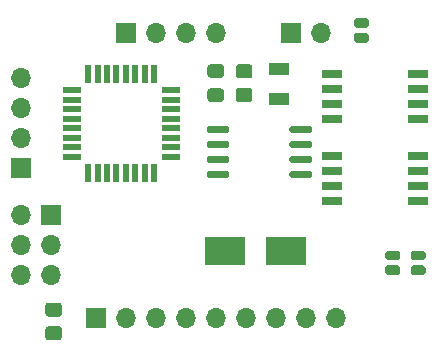
<source format=gts>
%TF.GenerationSoftware,KiCad,Pcbnew,(5.1.10-1-10_14)*%
%TF.CreationDate,2021-08-15T15:03:56-03:00*%
%TF.ProjectId,bacee,62616365-652e-46b6-9963-61645f706362,1*%
%TF.SameCoordinates,Original*%
%TF.FileFunction,Soldermask,Top*%
%TF.FilePolarity,Negative*%
%FSLAX46Y46*%
G04 Gerber Fmt 4.6, Leading zero omitted, Abs format (unit mm)*
G04 Created by KiCad (PCBNEW (5.1.10-1-10_14)) date 2021-08-15 15:03:56*
%MOMM*%
%LPD*%
G01*
G04 APERTURE LIST*
%ADD10R,1.700000X1.700000*%
%ADD11O,1.700000X1.700000*%
%ADD12R,1.700000X0.650000*%
%ADD13R,1.500000X0.550000*%
%ADD14R,0.550000X1.500000*%
%ADD15R,1.800000X1.000000*%
%ADD16R,3.500000X2.400000*%
G04 APERTURE END LIST*
D10*
%TO.C,BT1*%
X83820000Y-104140000D03*
D11*
X86360000Y-104140000D03*
%TD*%
%TO.C,C1*%
G36*
G01*
X92887250Y-124608500D02*
X92024750Y-124608500D01*
G75*
G02*
X91816000Y-124399750I0J208750D01*
G01*
X91816000Y-123982250D01*
G75*
G02*
X92024750Y-123773500I208750J0D01*
G01*
X92887250Y-123773500D01*
G75*
G02*
X93096000Y-123982250I0J-208750D01*
G01*
X93096000Y-124399750D01*
G75*
G02*
X92887250Y-124608500I-208750J0D01*
G01*
G37*
G36*
G01*
X92887250Y-123353500D02*
X92024750Y-123353500D01*
G75*
G02*
X91816000Y-123144750I0J208750D01*
G01*
X91816000Y-122727250D01*
G75*
G02*
X92024750Y-122518500I208750J0D01*
G01*
X92887250Y-122518500D01*
G75*
G02*
X93096000Y-122727250I0J-208750D01*
G01*
X93096000Y-123144750D01*
G75*
G02*
X92887250Y-123353500I-208750J0D01*
G01*
G37*
%TD*%
%TO.C,C2*%
G36*
G01*
X95046250Y-123353500D02*
X94183750Y-123353500D01*
G75*
G02*
X93975000Y-123144750I0J208750D01*
G01*
X93975000Y-122727250D01*
G75*
G02*
X94183750Y-122518500I208750J0D01*
G01*
X95046250Y-122518500D01*
G75*
G02*
X95255000Y-122727250I0J-208750D01*
G01*
X95255000Y-123144750D01*
G75*
G02*
X95046250Y-123353500I-208750J0D01*
G01*
G37*
G36*
G01*
X95046250Y-124608500D02*
X94183750Y-124608500D01*
G75*
G02*
X93975000Y-124399750I0J208750D01*
G01*
X93975000Y-123982250D01*
G75*
G02*
X94183750Y-123773500I208750J0D01*
G01*
X95046250Y-123773500D01*
G75*
G02*
X95255000Y-123982250I0J-208750D01*
G01*
X95255000Y-124399750D01*
G75*
G02*
X95046250Y-124608500I-208750J0D01*
G01*
G37*
%TD*%
%TO.C,C3*%
G36*
G01*
X89357750Y-102833500D02*
X90220250Y-102833500D01*
G75*
G02*
X90429000Y-103042250I0J-208750D01*
G01*
X90429000Y-103459750D01*
G75*
G02*
X90220250Y-103668500I-208750J0D01*
G01*
X89357750Y-103668500D01*
G75*
G02*
X89149000Y-103459750I0J208750D01*
G01*
X89149000Y-103042250D01*
G75*
G02*
X89357750Y-102833500I208750J0D01*
G01*
G37*
G36*
G01*
X89357750Y-104088500D02*
X90220250Y-104088500D01*
G75*
G02*
X90429000Y-104297250I0J-208750D01*
G01*
X90429000Y-104714750D01*
G75*
G02*
X90220250Y-104923500I-208750J0D01*
G01*
X89357750Y-104923500D01*
G75*
G02*
X89149000Y-104714750I0J208750D01*
G01*
X89149000Y-104297250D01*
G75*
G02*
X89357750Y-104088500I208750J0D01*
G01*
G37*
%TD*%
%TO.C,D1*%
G36*
G01*
X77920001Y-109940000D02*
X77019999Y-109940000D01*
G75*
G02*
X76770000Y-109690001I0J249999D01*
G01*
X76770000Y-109039999D01*
G75*
G02*
X77019999Y-108790000I249999J0D01*
G01*
X77920001Y-108790000D01*
G75*
G02*
X78170000Y-109039999I0J-249999D01*
G01*
X78170000Y-109690001D01*
G75*
G02*
X77920001Y-109940000I-249999J0D01*
G01*
G37*
G36*
G01*
X77920001Y-107890000D02*
X77019999Y-107890000D01*
G75*
G02*
X76770000Y-107640001I0J249999D01*
G01*
X76770000Y-106989999D01*
G75*
G02*
X77019999Y-106740000I249999J0D01*
G01*
X77920001Y-106740000D01*
G75*
G02*
X78170000Y-106989999I0J-249999D01*
G01*
X78170000Y-107640001D01*
G75*
G02*
X77920001Y-107890000I-249999J0D01*
G01*
G37*
%TD*%
D10*
%TO.C,J1*%
X63500000Y-119507000D03*
D11*
X60960000Y-119507000D03*
X63500000Y-122047000D03*
X60960000Y-122047000D03*
X63500000Y-124587000D03*
X60960000Y-124587000D03*
%TD*%
D10*
%TO.C,J2*%
X67310000Y-128270000D03*
D11*
X69850000Y-128270000D03*
X72390000Y-128270000D03*
X74930000Y-128270000D03*
X77470000Y-128270000D03*
X80010000Y-128270000D03*
X82550000Y-128270000D03*
X85090000Y-128270000D03*
X87630000Y-128270000D03*
%TD*%
D10*
%TO.C,J3*%
X60960000Y-115570000D03*
D11*
X60960000Y-113030000D03*
X60960000Y-110490000D03*
X60960000Y-107950000D03*
%TD*%
%TO.C,J4*%
X77470000Y-104140000D03*
X74930000Y-104140000D03*
X72390000Y-104140000D03*
D10*
X69850000Y-104140000D03*
%TD*%
%TO.C,R1*%
G36*
G01*
X80333001Y-109947000D02*
X79432999Y-109947000D01*
G75*
G02*
X79183000Y-109697001I0J249999D01*
G01*
X79183000Y-108996999D01*
G75*
G02*
X79432999Y-108747000I249999J0D01*
G01*
X80333001Y-108747000D01*
G75*
G02*
X80583000Y-108996999I0J-249999D01*
G01*
X80583000Y-109697001D01*
G75*
G02*
X80333001Y-109947000I-249999J0D01*
G01*
G37*
G36*
G01*
X80333001Y-107947000D02*
X79432999Y-107947000D01*
G75*
G02*
X79183000Y-107697001I0J249999D01*
G01*
X79183000Y-106996999D01*
G75*
G02*
X79432999Y-106747000I249999J0D01*
G01*
X80333001Y-106747000D01*
G75*
G02*
X80583000Y-106996999I0J-249999D01*
G01*
X80583000Y-107697001D01*
G75*
G02*
X80333001Y-107947000I-249999J0D01*
G01*
G37*
%TD*%
%TO.C,R2*%
G36*
G01*
X63303999Y-128924000D02*
X64204001Y-128924000D01*
G75*
G02*
X64454000Y-129173999I0J-249999D01*
G01*
X64454000Y-129874001D01*
G75*
G02*
X64204001Y-130124000I-249999J0D01*
G01*
X63303999Y-130124000D01*
G75*
G02*
X63054000Y-129874001I0J249999D01*
G01*
X63054000Y-129173999D01*
G75*
G02*
X63303999Y-128924000I249999J0D01*
G01*
G37*
G36*
G01*
X63303999Y-126924000D02*
X64204001Y-126924000D01*
G75*
G02*
X64454000Y-127173999I0J-249999D01*
G01*
X64454000Y-127874001D01*
G75*
G02*
X64204001Y-128124000I-249999J0D01*
G01*
X63303999Y-128124000D01*
G75*
G02*
X63054000Y-127874001I0J249999D01*
G01*
X63054000Y-127173999D01*
G75*
G02*
X63303999Y-126924000I249999J0D01*
G01*
G37*
%TD*%
D12*
%TO.C,U1*%
X87282000Y-107569000D03*
X87282000Y-108839000D03*
X87282000Y-110109000D03*
X87282000Y-111379000D03*
X94582000Y-111379000D03*
X94582000Y-110109000D03*
X94582000Y-108839000D03*
X94582000Y-107569000D03*
%TD*%
%TO.C,U2*%
X94582000Y-114554000D03*
X94582000Y-115824000D03*
X94582000Y-117094000D03*
X94582000Y-118364000D03*
X87282000Y-118364000D03*
X87282000Y-117094000D03*
X87282000Y-115824000D03*
X87282000Y-114554000D03*
%TD*%
%TO.C,U3*%
G36*
G01*
X85603000Y-115928000D02*
X85603000Y-116228000D01*
G75*
G02*
X85453000Y-116378000I-150000J0D01*
G01*
X83853000Y-116378000D01*
G75*
G02*
X83703000Y-116228000I0J150000D01*
G01*
X83703000Y-115928000D01*
G75*
G02*
X83853000Y-115778000I150000J0D01*
G01*
X85453000Y-115778000D01*
G75*
G02*
X85603000Y-115928000I0J-150000D01*
G01*
G37*
G36*
G01*
X85603000Y-114658000D02*
X85603000Y-114958000D01*
G75*
G02*
X85453000Y-115108000I-150000J0D01*
G01*
X83853000Y-115108000D01*
G75*
G02*
X83703000Y-114958000I0J150000D01*
G01*
X83703000Y-114658000D01*
G75*
G02*
X83853000Y-114508000I150000J0D01*
G01*
X85453000Y-114508000D01*
G75*
G02*
X85603000Y-114658000I0J-150000D01*
G01*
G37*
G36*
G01*
X85603000Y-113388000D02*
X85603000Y-113688000D01*
G75*
G02*
X85453000Y-113838000I-150000J0D01*
G01*
X83853000Y-113838000D01*
G75*
G02*
X83703000Y-113688000I0J150000D01*
G01*
X83703000Y-113388000D01*
G75*
G02*
X83853000Y-113238000I150000J0D01*
G01*
X85453000Y-113238000D01*
G75*
G02*
X85603000Y-113388000I0J-150000D01*
G01*
G37*
G36*
G01*
X85603000Y-112118000D02*
X85603000Y-112418000D01*
G75*
G02*
X85453000Y-112568000I-150000J0D01*
G01*
X83853000Y-112568000D01*
G75*
G02*
X83703000Y-112418000I0J150000D01*
G01*
X83703000Y-112118000D01*
G75*
G02*
X83853000Y-111968000I150000J0D01*
G01*
X85453000Y-111968000D01*
G75*
G02*
X85603000Y-112118000I0J-150000D01*
G01*
G37*
G36*
G01*
X78603000Y-112118000D02*
X78603000Y-112418000D01*
G75*
G02*
X78453000Y-112568000I-150000J0D01*
G01*
X76853000Y-112568000D01*
G75*
G02*
X76703000Y-112418000I0J150000D01*
G01*
X76703000Y-112118000D01*
G75*
G02*
X76853000Y-111968000I150000J0D01*
G01*
X78453000Y-111968000D01*
G75*
G02*
X78603000Y-112118000I0J-150000D01*
G01*
G37*
G36*
G01*
X78603000Y-113388000D02*
X78603000Y-113688000D01*
G75*
G02*
X78453000Y-113838000I-150000J0D01*
G01*
X76853000Y-113838000D01*
G75*
G02*
X76703000Y-113688000I0J150000D01*
G01*
X76703000Y-113388000D01*
G75*
G02*
X76853000Y-113238000I150000J0D01*
G01*
X78453000Y-113238000D01*
G75*
G02*
X78603000Y-113388000I0J-150000D01*
G01*
G37*
G36*
G01*
X78603000Y-114658000D02*
X78603000Y-114958000D01*
G75*
G02*
X78453000Y-115108000I-150000J0D01*
G01*
X76853000Y-115108000D01*
G75*
G02*
X76703000Y-114958000I0J150000D01*
G01*
X76703000Y-114658000D01*
G75*
G02*
X76853000Y-114508000I150000J0D01*
G01*
X78453000Y-114508000D01*
G75*
G02*
X78603000Y-114658000I0J-150000D01*
G01*
G37*
G36*
G01*
X78603000Y-115928000D02*
X78603000Y-116228000D01*
G75*
G02*
X78453000Y-116378000I-150000J0D01*
G01*
X76853000Y-116378000D01*
G75*
G02*
X76703000Y-116228000I0J150000D01*
G01*
X76703000Y-115928000D01*
G75*
G02*
X76853000Y-115778000I150000J0D01*
G01*
X78453000Y-115778000D01*
G75*
G02*
X78603000Y-115928000I0J-150000D01*
G01*
G37*
%TD*%
D13*
%TO.C,U4*%
X73669000Y-114560000D03*
D14*
X66669000Y-115960000D03*
X67469000Y-115960000D03*
X68269000Y-115960000D03*
X69069000Y-115960000D03*
X69869000Y-115960000D03*
X70669000Y-115960000D03*
X71469000Y-115960000D03*
X72269000Y-115960000D03*
D13*
X73669000Y-113760000D03*
X73669000Y-112960000D03*
X73669000Y-112160000D03*
X73669000Y-111360000D03*
X73669000Y-110560000D03*
X73669000Y-109760000D03*
X73669000Y-108960000D03*
D14*
X72269000Y-107560000D03*
X71469000Y-107560000D03*
X70669000Y-107560000D03*
X69869000Y-107560000D03*
X69069000Y-107560000D03*
X68269000Y-107560000D03*
X67469000Y-107560000D03*
X66669000Y-107560000D03*
D13*
X65269000Y-108960000D03*
X65269000Y-109760000D03*
X65269000Y-110560000D03*
X65269000Y-111360000D03*
X65269000Y-112160000D03*
X65269000Y-112960000D03*
X65269000Y-113760000D03*
X65269000Y-114560000D03*
%TD*%
D15*
%TO.C,Y1*%
X82804000Y-109688000D03*
X82804000Y-107188000D03*
%TD*%
D16*
%TO.C,Y2*%
X78232000Y-122555000D03*
X83432000Y-122555000D03*
%TD*%
M02*

</source>
